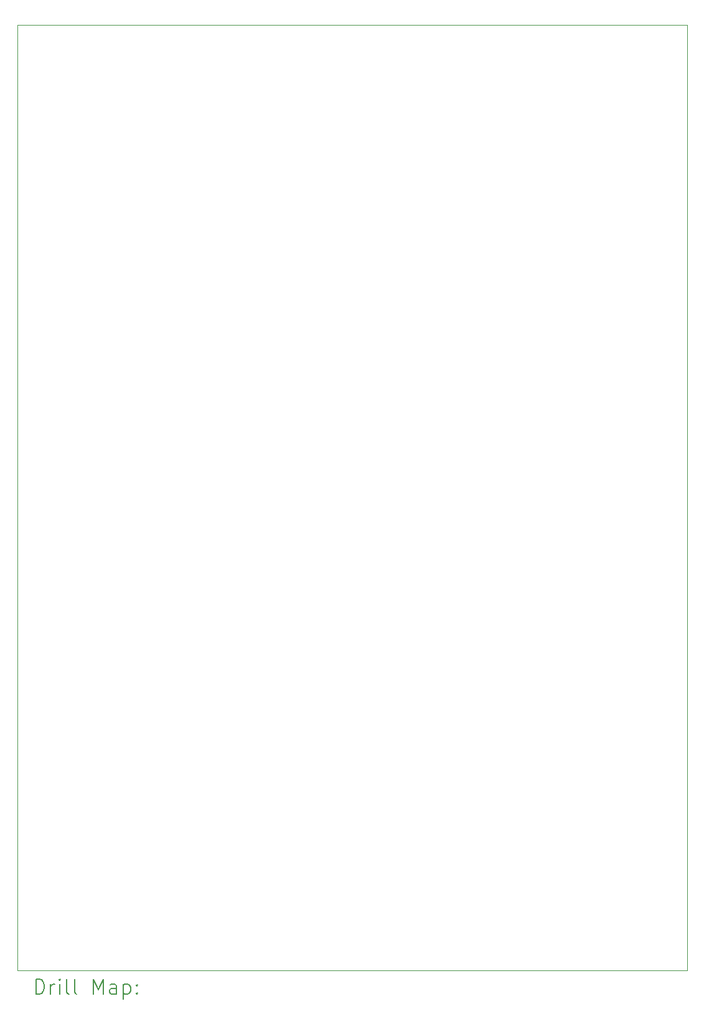
<source format=gbr>
%TF.GenerationSoftware,KiCad,Pcbnew,8.0.5*%
%TF.CreationDate,2024-11-24T11:42:19+01:00*%
%TF.ProjectId,wolkje-panel,776f6c6b-6a65-42d7-9061-6e656c2e6b69,rev?*%
%TF.SameCoordinates,Original*%
%TF.FileFunction,Drillmap*%
%TF.FilePolarity,Positive*%
%FSLAX45Y45*%
G04 Gerber Fmt 4.5, Leading zero omitted, Abs format (unit mm)*
G04 Created by KiCad (PCBNEW 8.0.5) date 2024-11-24 11:42:19*
%MOMM*%
%LPD*%
G01*
G04 APERTURE LIST*
%ADD10C,0.100000*%
%ADD11C,0.200000*%
G04 APERTURE END LIST*
D10*
X4945000Y-4075000D02*
X14055000Y-4075000D01*
X14055000Y-16925000D01*
X4945000Y-16925000D01*
X4945000Y-4075000D01*
D11*
X5200777Y-17241484D02*
X5200777Y-17041484D01*
X5200777Y-17041484D02*
X5248396Y-17041484D01*
X5248396Y-17041484D02*
X5276967Y-17051008D01*
X5276967Y-17051008D02*
X5296015Y-17070055D01*
X5296015Y-17070055D02*
X5305539Y-17089103D01*
X5305539Y-17089103D02*
X5315063Y-17127198D01*
X5315063Y-17127198D02*
X5315063Y-17155770D01*
X5315063Y-17155770D02*
X5305539Y-17193865D01*
X5305539Y-17193865D02*
X5296015Y-17212912D01*
X5296015Y-17212912D02*
X5276967Y-17231960D01*
X5276967Y-17231960D02*
X5248396Y-17241484D01*
X5248396Y-17241484D02*
X5200777Y-17241484D01*
X5400777Y-17241484D02*
X5400777Y-17108150D01*
X5400777Y-17146246D02*
X5410301Y-17127198D01*
X5410301Y-17127198D02*
X5419824Y-17117674D01*
X5419824Y-17117674D02*
X5438872Y-17108150D01*
X5438872Y-17108150D02*
X5457920Y-17108150D01*
X5524586Y-17241484D02*
X5524586Y-17108150D01*
X5524586Y-17041484D02*
X5515063Y-17051008D01*
X5515063Y-17051008D02*
X5524586Y-17060531D01*
X5524586Y-17060531D02*
X5534110Y-17051008D01*
X5534110Y-17051008D02*
X5524586Y-17041484D01*
X5524586Y-17041484D02*
X5524586Y-17060531D01*
X5648396Y-17241484D02*
X5629348Y-17231960D01*
X5629348Y-17231960D02*
X5619824Y-17212912D01*
X5619824Y-17212912D02*
X5619824Y-17041484D01*
X5753158Y-17241484D02*
X5734110Y-17231960D01*
X5734110Y-17231960D02*
X5724586Y-17212912D01*
X5724586Y-17212912D02*
X5724586Y-17041484D01*
X5981729Y-17241484D02*
X5981729Y-17041484D01*
X5981729Y-17041484D02*
X6048396Y-17184341D01*
X6048396Y-17184341D02*
X6115062Y-17041484D01*
X6115062Y-17041484D02*
X6115062Y-17241484D01*
X6296015Y-17241484D02*
X6296015Y-17136722D01*
X6296015Y-17136722D02*
X6286491Y-17117674D01*
X6286491Y-17117674D02*
X6267443Y-17108150D01*
X6267443Y-17108150D02*
X6229348Y-17108150D01*
X6229348Y-17108150D02*
X6210301Y-17117674D01*
X6296015Y-17231960D02*
X6276967Y-17241484D01*
X6276967Y-17241484D02*
X6229348Y-17241484D01*
X6229348Y-17241484D02*
X6210301Y-17231960D01*
X6210301Y-17231960D02*
X6200777Y-17212912D01*
X6200777Y-17212912D02*
X6200777Y-17193865D01*
X6200777Y-17193865D02*
X6210301Y-17174817D01*
X6210301Y-17174817D02*
X6229348Y-17165293D01*
X6229348Y-17165293D02*
X6276967Y-17165293D01*
X6276967Y-17165293D02*
X6296015Y-17155770D01*
X6391253Y-17108150D02*
X6391253Y-17308150D01*
X6391253Y-17117674D02*
X6410301Y-17108150D01*
X6410301Y-17108150D02*
X6448396Y-17108150D01*
X6448396Y-17108150D02*
X6467443Y-17117674D01*
X6467443Y-17117674D02*
X6476967Y-17127198D01*
X6476967Y-17127198D02*
X6486491Y-17146246D01*
X6486491Y-17146246D02*
X6486491Y-17203389D01*
X6486491Y-17203389D02*
X6476967Y-17222436D01*
X6476967Y-17222436D02*
X6467443Y-17231960D01*
X6467443Y-17231960D02*
X6448396Y-17241484D01*
X6448396Y-17241484D02*
X6410301Y-17241484D01*
X6410301Y-17241484D02*
X6391253Y-17231960D01*
X6572205Y-17222436D02*
X6581729Y-17231960D01*
X6581729Y-17231960D02*
X6572205Y-17241484D01*
X6572205Y-17241484D02*
X6562682Y-17231960D01*
X6562682Y-17231960D02*
X6572205Y-17222436D01*
X6572205Y-17222436D02*
X6572205Y-17241484D01*
X6572205Y-17117674D02*
X6581729Y-17127198D01*
X6581729Y-17127198D02*
X6572205Y-17136722D01*
X6572205Y-17136722D02*
X6562682Y-17127198D01*
X6562682Y-17127198D02*
X6572205Y-17117674D01*
X6572205Y-17117674D02*
X6572205Y-17136722D01*
M02*

</source>
